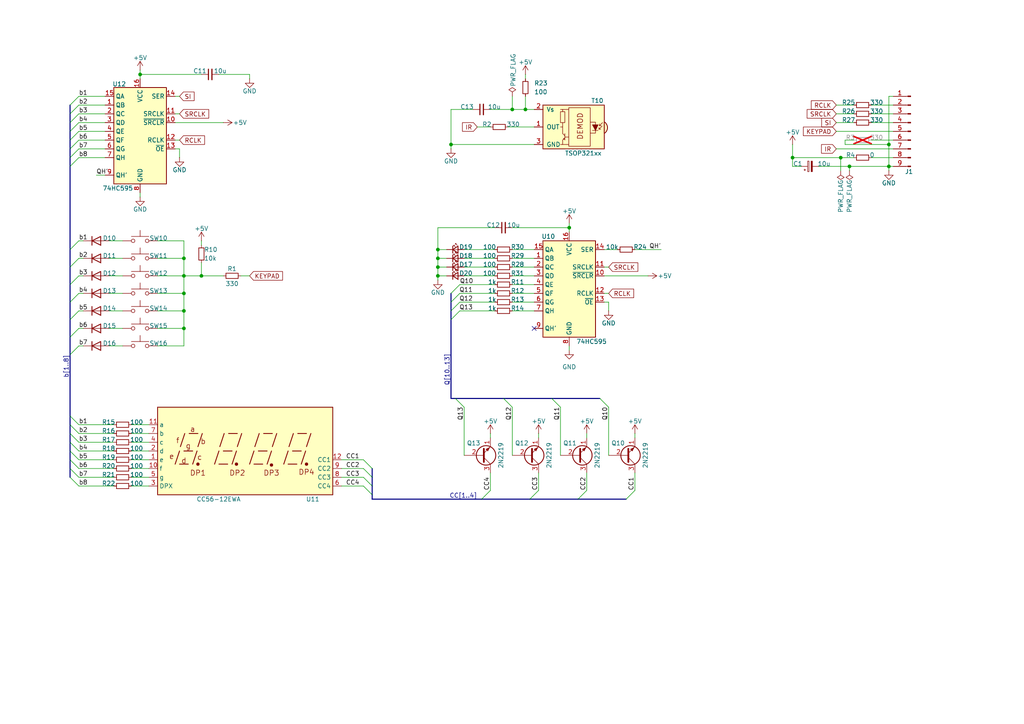
<source format=kicad_sch>
(kicad_sch (version 20231120) (generator "eeschema") (generator_version "8.0")
  (paper "A4")
  (title_block (title "RE_Front_Panel") (date "2024-02-02") (rev "1") (company "Engineer"))
  (lib_symbols
    (symbol "+5V_1" (power) (pin_numbers hide) (pin_names (offset 0) hide)
      (property "Value" "+5V" (at 0 3.556 0))
      (symbol "+5V_1_1_1"
        (pin power_in line (at 0 0 90) (length 0) (name "~") (number "1"))
      )
    )
    (symbol "74xx:74HC595"
      (property "Reference" "U" (at -7.62 13.97 0))
      (property "Value" "74HC595" (at -7.62 -16.51 0))
      (symbol "74HC595_1_0"
        (pin tri_state line (at 10.16 7.62 180) (length 2.54) (name "QB") (number "1"))
        (pin input line (at -10.16 2.54 0) (length 2.54) (name "~{SRCLR}") (number "10"))
        (pin input line (at -10.16 5.08 0) (length 2.54) (name "SRCLK") (number "11"))
        (pin input line (at -10.16 -2.54 0) (length 2.54) (name "RCLK") (number "12"))
        (pin input line (at -10.16 -5.08 0) (length 2.54) (name "~{OE}") (number "13"))
        (pin input line (at -10.16 10.16 0) (length 2.54) (name "SER") (number "14"))
        (pin tri_state line (at 10.16 10.16 180) (length 2.54) (name "QA") (number "15"))
        (pin power_in line (at 0 15.24 270) (length 2.54) (name "VCC") (number "16"))
        (pin tri_state line (at 10.16 5.08 180) (length 2.54) (name "QC") (number "2"))
        (pin tri_state line (at 10.16 2.54 180) (length 2.54) (name "QD") (number "3"))
        (pin tri_state line (at 10.16 0 180) (length 2.54) (name "QE") (number "4"))
        (pin tri_state line (at 10.16 -2.54 180) (length 2.54) (name "QF") (number "5"))
        (pin tri_state line (at 10.16 -5.08 180) (length 2.54) (name "QG") (number "6"))
        (pin tri_state line (at 10.16 -7.62 180) (length 2.54) (name "QH") (number "7"))
        (pin power_in line (at 0 -17.78 90) (length 2.54) (name "GND") (number "8"))
        (pin output line (at 10.16 -12.7 180) (length 2.54) (name "QH'") (number "9"))
      )
    )
    (symbol "Connector:Conn_01x09_Pin" (pin_names (offset 1.016) hide)
      (property "Reference" "J" (at 0 12.7 0))
      (property "Value" "Conn_01x09_Pin" (at 0 -12.7 0))
      (symbol "Conn_01x09_Pin_1_1"
        (pin passive line (at 5.08 10.16 180) (length 3.81) (name "Pin_1") (number "1"))
        (pin passive line (at 5.08 7.62 180) (length 3.81) (name "Pin_2") (number "2"))
        (pin passive line (at 5.08 5.08 180) (length 3.81) (name "Pin_3") (number "3"))
        (pin passive line (at 5.08 2.54 180) (length 3.81) (name "Pin_4") (number "4"))
        (pin passive line (at 5.08 0 180) (length 3.81) (name "Pin_5") (number "5"))
        (pin passive line (at 5.08 -2.54 180) (length 3.81) (name "Pin_6") (number "6"))
        (pin passive line (at 5.08 -5.08 180) (length 3.81) (name "Pin_7") (number "7"))
        (pin passive line (at 5.08 -7.62 180) (length 3.81) (name "Pin_8") (number "8"))
        (pin passive line (at 5.08 -10.16 180) (length 3.81) (name "Pin_9") (number "9"))
      )
    )
    (symbol "Device:C_Polarized_Small" (pin_numbers hide) (pin_names (offset 0.254) hide)
      (property "Reference" "C" (at 0.254 1.778 0))
      (property "Value" "C_Polarized_Small" (at 0.254 -2.032 0))
      (symbol "C_Polarized_Small_1_1"
        (pin passive line (at 0 2.54 270) (length 1.8542) (name "~") (number "1"))
        (pin passive line (at 0 -2.54 90) (length 1.8542) (name "~") (number "2"))
      )
    )
    (symbol "Device:C_Small" (pin_numbers hide) (pin_names (offset 0.254) hide)
      (property "Reference" "C" (at 0.254 1.778 0))
      (property "Value" "C_Small" (at 0.254 -2.032 0))
      (symbol "C_Small_1_1"
        (pin passive line (at 0 2.54 270) (length 2.032) (name "~") (number "1"))
        (pin passive line (at 0 -2.54 90) (length 2.032) (name "~") (number "2"))
      )
    )
    (symbol "Device:LED_Small" (pin_numbers hide) (pin_names (offset 0.254) hide)
      (property "Reference" "D" (at -1.27 3.175 0))
      (property "Value" "LED_Small" (at -4.445 -2.54 0))
      (symbol "LED_Small_1_1"
        (pin passive line (at -2.54 0 0) (length 1.778) (name "K") (number "1"))
        (pin passive line (at 2.54 0 180) (length 1.778) (name "A") (number "2"))
      )
    )
    (symbol "Device:R_Small" (pin_numbers hide) (pin_names (offset 0.254) hide)
      (property "Reference" "R" (at 0.762 0.508 0))
      (property "Value" "R_Small" (at 0.762 -1.016 0))
      (symbol "R_Small_1_1"
        (pin passive line (at 0 2.54 270) (length 0.762) (name "~") (number "1"))
        (pin passive line (at 0 -2.54 90) (length 0.762) (name "~") (number "2"))
      )
    )
    (symbol "Diode:1N914" (pin_numbers hide) (pin_names hide)
      (property "Reference" "D" (at 0 2.54 0))
      (property "Value" "1N914" (at 0 -2.54 0))
      (symbol "1N914_1_1"
        (pin passive line (at -3.81 0 0) (length 2.54) (name "K") (number "1"))
        (pin passive line (at 3.81 0 180) (length 2.54) (name "A") (number "2"))
      )
    )
    (symbol "Display_Character:CC56-12EWA"
      (property "Reference" "U" (at -24.13 13.97 0))
      (property "Value" "CC56-12EWA" (at 19.05 13.97 0))
      (symbol "CC56-12EWA_0_0"
        (text "a" (at -15.24 6.35 0) (effects (font (size 1.524 1.524))))
        (text "b" (at -12.192 2.794 0) (effects (font (size 1.524 1.524))))
        (text "c" (at -13.208 -1.778 0) (effects (font (size 1.524 1.524))))
        (text "d" (at -17.78 -2.794 0) (effects (font (size 1.524 1.524))))
        (text "DP1" (at -13.716 -6.35 0) (effects (font (size 1.524 1.524))))
        (text "DP2" (at -2.286 -6.35 0) (effects (font (size 1.524 1.524))))
        (text "DP3" (at 7.62 -6.35 0) (effects (font (size 1.524 1.524))))
        (text "DP4" (at 17.78 -6.096 0) (effects (font (size 1.524 1.524))))
        (text "e" (at -21.336 -1.524 0) (effects (font (size 1.524 1.524))))
        (text "f" (at -19.558 3.048 0) (effects (font (size 1.524 1.524))))
        (text "g" (at -16.51 1.524 0) (effects (font (size 1.524 1.524))))
      )
      (symbol "CC56-12EWA_1_1"
        (pin input line (at -27.94 -2.54 0) (length 2.54) (name "e") (number "1"))
        (pin input line (at -27.94 -5.08 0) (length 2.54) (name "f") (number "10"))
        (pin input line (at -27.94 7.62 0) (length 2.54) (name "a") (number "11"))
        (pin input line (at 27.94 -2.54 180) (length 2.54) (name "CC1") (number "12"))
        (pin input line (at -27.94 0 0) (length 2.54) (name "d") (number "2"))
        (pin input line (at -27.94 -10.16 0) (length 2.54) (name "DPX") (number "3"))
        (pin input line (at -27.94 2.54 0) (length 2.54) (name "c") (number "4"))
        (pin input line (at -27.94 -7.62 0) (length 2.54) (name "g") (number "5"))
        (pin input line (at 27.94 -10.16 180) (length 2.54) (name "CC4") (number "6"))
        (pin input line (at -27.94 5.08 0) (length 2.54) (name "b") (number "7"))
        (pin input line (at 27.94 -7.62 180) (length 2.54) (name "CC3") (number "8"))
        (pin input line (at 27.94 -5.08 180) (length 2.54) (name "CC2") (number "9"))
      )
    )
    (symbol "GND_1" (power) (pin_numbers hide) (pin_names (offset 0) hide)
      (property "Value" "GND" (at 0 -3.81 0))
      (symbol "GND_1_1_1"
        (pin power_in line (at 0 0 270) (length 0) (name "~") (number "1"))
      )
    )
    (symbol "Interface_Optical:TSOP321xx" (pin_names (offset 1.016))
      (property "Reference" "U" (at -10.16 7.62 0))
      (property "Value" "TSOP321xx" (at -10.16 -7.62 0))
      (symbol "TSOP321xx_0_0"
        (text "DEMOD" (at -3.175 0.254 900) (effects (font (size 1.524 1.524))))
      )
      (symbol "TSOP321xx_1_1"
        (pin output line (at 10.16 0 180) (length 2.54) (name "OUT") (number "1"))
        (pin power_in line (at 10.16 5.08 180) (length 2.54) (name "Vs") (number "2"))
        (pin power_in line (at 10.16 -5.08 180) (length 2.54) (name "GND") (number "3"))
      )
    )
    (symbol "Switch:SW_Push" (pin_numbers hide) (pin_names (offset 1.016) hide)
      (property "Reference" "SW" (at 1.27 2.54 0))
      (property "Value" "SW_Push" (at 0 -1.524 0))
      (symbol "SW_Push_0_1"
        (pin passive line (at -5.08 0 0) (length 2.54) (name "1") (number "1"))
        (pin passive line (at 5.08 0 180) (length 2.54) (name "2") (number "2"))
      )
    )
    (symbol "Transistor_BJT:2N2219" (pin_names (offset 0) hide)
      (property "Reference" "Q" (at 5.08 1.905 0))
      (property "Value" "2N2219" (at 5.08 0 0))
      (symbol "2N2219_1_1"
        (pin passive line (at 2.54 -5.08 90) (length 2.54) (name "E") (number "1"))
        (pin passive line (at -5.08 0 0) (length 5.715) (name "B") (number "2"))
        (pin passive line (at 2.54 5.08 270) (length 2.54) (name "C") (number "3"))
      )
    )
    (symbol "power:PWR_FLAG" (power) (pin_numbers hide) (pin_names (offset 0) hide)
      (property "Value" "PWR_FLAG" (at 0 3.81 0))
      (symbol "PWR_FLAG_0_0"
        (pin power_out line (at 0 0 90) (length 0) (name "~") (number "1"))
      )
    )
  )
  (junction (at 229.87 45.72))
  (junction (at 127 74.93))
  (junction (at 53.34 85.09))
  (junction (at 58.42 80.01))
  (junction (at 130.81 41.91))
  (junction (at 152.4 31.75))
  (junction (at 246.38 48.26))
  (junction (at 257.81 48.26))
  (junction (at 165.1 66.04))
  (junction (at 53.34 74.93))
  (junction (at 127 80.01))
  (junction (at 243.84 45.72))
  (junction (at 53.34 80.01))
  (junction (at 53.34 90.17))
  (junction (at 40.64 21.59))
  (junction (at 127 72.39))
  (junction (at 257.81 41.91))
  (junction (at 127 77.47))
  (junction (at 53.34 95.25))
  (junction (at 148.59 31.75))
  (no_connect (at 154.94 95.25))
  (bus_entry (at 20.32 128.27) (size 2.54 2.54))
  (bus_entry (at 167.64 144.78) (size 2.54 -2.54))
  (bus_entry (at 20.32 40.64) (size 2.54 -2.54))
  (bus_entry (at 139.7 144.78) (size 2.54 -2.54))
  (bus_entry (at 20.32 130.81) (size 2.54 2.54))
  (bus_entry (at 20.32 120.65) (size 2.54 2.54))
  (bus_entry (at 20.32 133.35) (size 2.54 2.54))
  (bus_entry (at 20.32 72.39) (size 2.54 -2.54))
  (bus_entry (at 130.81 87.63) (size 2.54 -2.54))
  (bus_entry (at 105.41 140.97) (size 2.54 2.54))
  (bus_entry (at 105.41 133.35) (size 2.54 2.54))
  (bus_entry (at 20.32 48.26) (size 2.54 -2.54))
  (bus_entry (at 20.32 138.43) (size 2.54 2.54))
  (bus_entry (at 20.32 123.19) (size 2.54 2.54))
  (bus_entry (at 20.32 97.79) (size 2.54 -2.54))
  (bus_entry (at 20.32 77.47) (size 2.54 -2.54))
  (bus_entry (at 20.32 43.18) (size 2.54 -2.54))
  (bus_entry (at 20.32 125.73) (size 2.54 2.54))
  (bus_entry (at 176.53 118.11) (size -2.54 -2.54))
  (bus_entry (at 105.41 135.89) (size 2.54 2.54))
  (bus_entry (at 20.32 38.1) (size 2.54 -2.54))
  (bus_entry (at 153.67 144.78) (size 2.54 -2.54))
  (bus_entry (at 20.32 30.48) (size 2.54 -2.54))
  (bus_entry (at 130.81 92.71) (size 2.54 -2.54))
  (bus_entry (at 20.32 45.72) (size 2.54 -2.54))
  (bus_entry (at 20.32 35.56) (size 2.54 -2.54))
  (bus_entry (at 132.08 115.57) (size 2.54 2.54))
  (bus_entry (at 20.32 82.55) (size 2.54 -2.54))
  (bus_entry (at 130.81 85.09) (size 2.54 -2.54))
  (bus_entry (at 20.32 102.87) (size 2.54 -2.54))
  (bus_entry (at 20.32 87.63) (size 2.54 -2.54))
  (bus_entry (at 105.41 138.43) (size 2.54 2.54))
  (bus_entry (at 20.32 33.02) (size 2.54 -2.54))
  (bus_entry (at 130.81 90.17) (size 2.54 -2.54))
  (bus_entry (at 20.32 92.71) (size 2.54 -2.54))
  (bus_entry (at 148.59 118.11) (size -2.54 -2.54))
  (bus_entry (at 181.61 144.78) (size 2.54 -2.54))
  (bus_entry (at 20.32 135.89) (size 2.54 2.54))
  (bus_entry (at 162.56 118.11) (size -2.54 -2.54))
  (wire (pts (xy 129.54 80.01) (xy 127 80.01)))
  (wire (pts (xy 99.06 133.35) (xy 105.41 133.35)))
  (wire (pts (xy 257.81 27.94) (xy 259.08 27.94)))
  (wire (pts (xy 99.06 135.89) (xy 105.41 135.89)))
  (wire (pts (xy 247.65 40.64) (xy 245.11 40.64)))
  (wire (pts (xy 232.41 48.26) (xy 229.87 48.26)))
  (bus (pts (xy 20.32 45.72) (xy 20.32 48.26)))
  (wire (pts (xy 22.86 128.27) (xy 33.02 128.27)))
  (wire (pts (xy 148.59 85.09) (xy 154.94 85.09)))
  (wire (pts (xy 148.59 74.93) (xy 154.94 74.93)))
  (wire (pts (xy 142.24 127) (xy 142.24 125.73)))
  (bus (pts (xy 20.32 123.19) (xy 20.32 125.73)))
  (wire (pts (xy 99.06 140.97) (xy 105.41 140.97)))
  (wire (pts (xy 52.07 27.94) (xy 50.8 27.94)))
  (wire (pts (xy 53.34 90.17) (xy 45.72 90.17)))
  (wire (pts (xy 176.53 118.11) (xy 176.53 132.08)))
  (wire (pts (xy 229.87 48.26) (xy 229.87 45.72)))
  (wire (pts (xy 35.56 69.85) (xy 31.75 69.85)))
  (wire (pts (xy 35.56 74.93) (xy 31.75 74.93)))
  (wire (pts (xy 243.84 45.72) (xy 243.84 49.53)))
  (wire (pts (xy 38.1 125.73) (xy 43.18 125.73)))
  (wire (pts (xy 35.56 85.09) (xy 31.75 85.09)))
  (wire (pts (xy 154.94 36.83) (xy 147.32 36.83)))
  (wire (pts (xy 243.84 45.72) (xy 247.65 45.72)))
  (bus (pts (xy 20.32 120.65) (xy 20.32 123.19)))
  (wire (pts (xy 35.56 100.33) (xy 31.75 100.33)))
  (wire (pts (xy 143.51 85.09) (xy 133.35 85.09)))
  (wire (pts (xy 130.81 31.75) (xy 130.81 41.91)))
  (wire (pts (xy 229.87 41.91) (xy 229.87 45.72)))
  (bus (pts (xy 20.32 135.89) (xy 20.32 138.43)))
  (wire (pts (xy 58.42 80.01) (xy 64.77 80.01)))
  (wire (pts (xy 130.81 41.91) (xy 130.81 43.18)))
  (wire (pts (xy 127 66.04) (xy 127 72.39)))
  (wire (pts (xy 127 72.39) (xy 129.54 72.39)))
  (wire (pts (xy 133.35 90.17) (xy 143.51 90.17)))
  (bus (pts (xy 20.32 128.27) (xy 20.32 130.81)))
  (wire (pts (xy 38.1 138.43) (xy 43.18 138.43)))
  (wire (pts (xy 22.86 33.02) (xy 30.48 33.02)))
  (bus (pts (xy 146.05 115.57) (xy 160.02 115.57)))
  (wire (pts (xy 143.51 82.55) (xy 133.35 82.55)))
  (bus (pts (xy 20.32 102.87) (xy 20.32 120.65)))
  (wire (pts (xy 257.81 41.91) (xy 257.81 48.26)))
  (wire (pts (xy 129.54 77.47) (xy 127 77.47)))
  (wire (pts (xy 52.07 43.18) (xy 52.07 45.72)))
  (bus (pts (xy 20.32 130.81) (xy 20.32 133.35)))
  (bus (pts (xy 160.02 115.57) (xy 173.99 115.57)))
  (wire (pts (xy 252.73 40.64) (xy 259.08 40.64)))
  (wire (pts (xy 148.59 66.04) (xy 165.1 66.04)))
  (wire (pts (xy 176.53 87.63) (xy 175.26 87.63)))
  (wire (pts (xy 22.86 85.09) (xy 24.13 85.09)))
  (wire (pts (xy 35.56 80.01) (xy 31.75 80.01)))
  (bus (pts (xy 107.95 144.78) (xy 139.7 144.78)))
  (wire (pts (xy 259.08 48.26) (xy 257.81 48.26)))
  (bus (pts (xy 20.32 33.02) (xy 20.32 35.56)))
  (wire (pts (xy 53.34 95.25) (xy 53.34 100.33)))
  (wire (pts (xy 148.59 72.39) (xy 154.94 72.39)))
  (wire (pts (xy 58.42 21.59) (xy 40.64 21.59)))
  (wire (pts (xy 134.62 118.11) (xy 134.62 132.08)))
  (wire (pts (xy 142.24 31.75) (xy 148.59 31.75)))
  (wire (pts (xy 22.86 90.17) (xy 24.13 90.17)))
  (wire (pts (xy 162.56 118.11) (xy 162.56 132.08)))
  (bus (pts (xy 107.95 140.97) (xy 107.95 143.51)))
  (wire (pts (xy 148.59 87.63) (xy 154.94 87.63)))
  (wire (pts (xy 152.4 21.59) (xy 152.4 22.86)))
  (bus (pts (xy 20.32 43.18) (xy 20.32 45.72)))
  (wire (pts (xy 257.81 41.91) (xy 245.11 41.91)))
  (bus (pts (xy 20.32 87.63) (xy 20.32 92.71)))
  (bus (pts (xy 20.32 72.39) (xy 20.32 77.47)))
  (wire (pts (xy 58.42 69.85) (xy 58.42 71.12)))
  (wire (pts (xy 148.59 80.01) (xy 154.94 80.01)))
  (bus (pts (xy 20.32 30.48) (xy 20.32 33.02)))
  (bus (pts (xy 20.32 133.35) (xy 20.32 135.89)))
  (wire (pts (xy 38.1 135.89) (xy 43.18 135.89)))
  (bus (pts (xy 130.81 85.09) (xy 130.81 87.63)))
  (wire (pts (xy 38.1 133.35) (xy 43.18 133.35)))
  (wire (pts (xy 53.34 80.01) (xy 58.42 80.01)))
  (wire (pts (xy 58.42 76.2) (xy 58.42 80.01)))
  (bus (pts (xy 20.32 40.64) (xy 20.32 43.18)))
  (wire (pts (xy 143.51 72.39) (xy 134.62 72.39)))
  (bus (pts (xy 132.08 115.57) (xy 146.05 115.57)))
  (wire (pts (xy 252.73 35.56) (xy 259.08 35.56)))
  (wire (pts (xy 152.4 27.94) (xy 152.4 31.75)))
  (bus (pts (xy 20.32 82.55) (xy 20.32 77.47)))
  (wire (pts (xy 184.15 137.16) (xy 184.15 142.24)))
  (wire (pts (xy 165.1 64.77) (xy 165.1 66.04)))
  (wire (pts (xy 148.59 118.11) (xy 148.59 132.08)))
  (wire (pts (xy 165.1 66.04) (xy 165.1 67.31)))
  (wire (pts (xy 53.34 80.01) (xy 53.34 85.09)))
  (wire (pts (xy 22.86 138.43) (xy 33.02 138.43)))
  (wire (pts (xy 45.72 100.33) (xy 53.34 100.33)))
  (wire (pts (xy 170.18 137.16) (xy 170.18 142.24)))
  (wire (pts (xy 50.8 40.64) (xy 52.07 40.64)))
  (wire (pts (xy 69.85 80.01) (xy 72.39 80.01)))
  (bus (pts (xy 20.32 92.71) (xy 20.32 97.79)))
  (bus (pts (xy 20.32 97.79) (xy 20.32 102.87)))
  (wire (pts (xy 53.34 74.93) (xy 45.72 74.93)))
  (wire (pts (xy 143.51 66.04) (xy 127 66.04)))
  (wire (pts (xy 99.06 138.43) (xy 105.41 138.43)))
  (wire (pts (xy 22.86 35.56) (xy 30.48 35.56)))
  (bus (pts (xy 130.81 87.63) (xy 130.81 90.17)))
  (wire (pts (xy 53.34 74.93) (xy 53.34 69.85)))
  (bus (pts (xy 20.32 38.1) (xy 20.32 40.64)))
  (wire (pts (xy 45.72 85.09) (xy 53.34 85.09)))
  (wire (pts (xy 242.57 33.02) (xy 247.65 33.02)))
  (wire (pts (xy 176.53 87.63) (xy 176.53 90.17)))
  (wire (pts (xy 22.86 95.25) (xy 24.13 95.25)))
  (wire (pts (xy 40.64 55.88) (xy 40.64 57.15)))
  (wire (pts (xy 50.8 33.02) (xy 52.07 33.02)))
  (wire (pts (xy 53.34 85.09) (xy 53.34 90.17)))
  (wire (pts (xy 148.59 90.17) (xy 154.94 90.17)))
  (wire (pts (xy 22.86 140.97) (xy 33.02 140.97)))
  (wire (pts (xy 53.34 80.01) (xy 45.72 80.01)))
  (wire (pts (xy 143.51 80.01) (xy 134.62 80.01)))
  (wire (pts (xy 187.96 80.01) (xy 175.26 80.01)))
  (wire (pts (xy 22.86 27.94) (xy 30.48 27.94)))
  (bus (pts (xy 130.81 115.57) (xy 132.08 115.57)))
  (wire (pts (xy 242.57 35.56) (xy 247.65 35.56)))
  (wire (pts (xy 22.86 43.18) (xy 30.48 43.18)))
  (wire (pts (xy 191.77 72.39) (xy 184.15 72.39)))
  (wire (pts (xy 142.24 137.16) (xy 142.24 142.24)))
  (bus (pts (xy 107.95 138.43) (xy 107.95 140.97)))
  (wire (pts (xy 22.86 100.33) (xy 24.13 100.33)))
  (bus (pts (xy 153.67 144.78) (xy 167.64 144.78)))
  (wire (pts (xy 127 80.01) (xy 127 81.28)))
  (wire (pts (xy 245.11 41.91) (xy 245.11 40.64)))
  (wire (pts (xy 38.1 123.19) (xy 43.18 123.19)))
  (wire (pts (xy 242.57 30.48) (xy 247.65 30.48)))
  (wire (pts (xy 156.21 137.16) (xy 156.21 142.24)))
  (wire (pts (xy 50.8 43.18) (xy 52.07 43.18)))
  (wire (pts (xy 53.34 90.17) (xy 53.34 95.25)))
  (wire (pts (xy 72.39 22.86) (xy 72.39 21.59)))
  (wire (pts (xy 148.59 82.55) (xy 154.94 82.55)))
  (wire (pts (xy 53.34 80.01) (xy 53.34 74.93)))
  (wire (pts (xy 246.38 48.26) (xy 246.38 49.53)))
  (wire (pts (xy 35.56 95.25) (xy 31.75 95.25)))
  (wire (pts (xy 143.51 77.47) (xy 134.62 77.47)))
  (wire (pts (xy 22.86 74.93) (xy 24.13 74.93)))
  (wire (pts (xy 45.72 69.85) (xy 53.34 69.85)))
  (wire (pts (xy 22.86 38.1) (xy 30.48 38.1)))
  (bus (pts (xy 20.32 87.63) (xy 20.32 82.55)))
  (wire (pts (xy 142.24 36.83) (xy 138.43 36.83)))
  (bus (pts (xy 20.32 125.73) (xy 20.32 128.27)))
  (wire (pts (xy 40.64 21.59) (xy 40.64 20.32)))
  (wire (pts (xy 176.53 85.09) (xy 175.26 85.09)))
  (wire (pts (xy 252.73 30.48) (xy 259.08 30.48)))
  (wire (pts (xy 148.59 27.94) (xy 148.59 31.75)))
  (wire (pts (xy 35.56 90.17) (xy 31.75 90.17)))
  (wire (pts (xy 242.57 43.18) (xy 259.08 43.18)))
  (wire (pts (xy 137.16 31.75) (xy 130.81 31.75)))
  (bus (pts (xy 130.81 90.17) (xy 130.81 92.71)))
  (bus (pts (xy 130.81 92.71) (xy 130.81 115.57)))
  (wire (pts (xy 143.51 87.63) (xy 133.35 87.63)))
  (wire (pts (xy 38.1 140.97) (xy 43.18 140.97)))
  (wire (pts (xy 127 74.93) (xy 127 77.47)))
  (wire (pts (xy 38.1 128.27) (xy 43.18 128.27)))
  (wire (pts (xy 176.53 77.47) (xy 175.26 77.47)))
  (wire (pts (xy 22.86 123.19) (xy 33.02 123.19)))
  (wire (pts (xy 179.07 72.39) (xy 175.26 72.39)))
  (wire (pts (xy 237.49 48.26) (xy 246.38 48.26)))
  (wire (pts (xy 257.81 48.26) (xy 257.81 49.53)))
  (bus (pts (xy 20.32 35.56) (xy 20.32 38.1)))
  (wire (pts (xy 252.73 45.72) (xy 259.08 45.72)))
  (wire (pts (xy 154.94 31.75) (xy 152.4 31.75)))
  (bus (pts (xy 107.95 143.51) (xy 107.95 144.78)))
  (wire (pts (xy 246.38 48.26) (xy 257.81 48.26)))
  (wire (pts (xy 72.39 21.59) (xy 63.5 21.59)))
  (wire (pts (xy 22.86 69.85) (xy 24.13 69.85)))
  (wire (pts (xy 184.15 125.73) (xy 184.15 127)))
  (wire (pts (xy 22.86 30.48) (xy 30.48 30.48)))
  (wire (pts (xy 22.86 133.35) (xy 33.02 133.35)))
  (wire (pts (xy 148.59 77.47) (xy 154.94 77.47)))
  (wire (pts (xy 64.77 35.56) (xy 50.8 35.56)))
  (wire (pts (xy 22.86 45.72) (xy 30.48 45.72)))
  (wire (pts (xy 257.81 27.94) (xy 257.81 41.91)))
  (wire (pts (xy 229.87 45.72) (xy 243.84 45.72)))
  (bus (pts (xy 181.61 144.78) (xy 167.64 144.78)))
  (wire (pts (xy 38.1 130.81) (xy 43.18 130.81)))
  (wire (pts (xy 130.81 41.91) (xy 154.94 41.91)))
  (wire (pts (xy 45.72 95.25) (xy 53.34 95.25)))
  (wire (pts (xy 22.86 80.01) (xy 24.13 80.01)))
  (wire (pts (xy 127 72.39) (xy 127 74.93)))
  (wire (pts (xy 242.57 38.1) (xy 259.08 38.1)))
  (wire (pts (xy 22.86 40.64) (xy 30.48 40.64)))
  (wire (pts (xy 148.59 31.75) (xy 152.4 31.75)))
  (wire (pts (xy 22.86 125.73) (xy 33.02 125.73)))
  (wire (pts (xy 22.86 130.81) (xy 33.02 130.81)))
  (wire (pts (xy 40.64 21.59) (xy 40.64 22.86)))
  (wire (pts (xy 22.86 135.89) (xy 33.02 135.89)))
  (wire (pts (xy 165.1 100.33) (xy 165.1 101.6)))
  (wire (pts (xy 170.18 125.73) (xy 170.18 127)))
  (wire (pts (xy 127 77.47) (xy 127 80.01)))
  (bus (pts (xy 107.95 135.89) (xy 107.95 138.43)))
  (bus (pts (xy 20.32 48.26) (xy 20.32 72.39)))
  (wire (pts (xy 156.21 125.73) (xy 156.21 127)))
  (wire (pts (xy 129.54 74.93) (xy 127 74.93)))
  (wire (pts (xy 27.94 50.8) (xy 30.48 50.8)))
  (bus (pts (xy 139.7 144.78) (xy 153.67 144.78)))
  (wire (pts (xy 252.73 33.02) (xy 259.08 33.02)))
  (wire (pts (xy 143.51 74.93) (xy 134.62 74.93)))
  (label "b6" (at 22.86 40.64 0))
  (label "Q11" (at 137.16 85.09 180))
  (label "CC2" (at 170.18 142.24 90))
  (label "b2" (at 22.86 30.48 0))
  (label "b3" (at 22.86 33.02 0))
  (label "b5" (at 22.86 90.17 0))
  (label "b7" (at 22.86 43.18 0))
  (label "Q13" (at 134.62 121.92 90))
  (label "b5" (at 22.86 133.35 0))
  (label "Q12" (at 137.16 87.63 180))
  (label "b7" (at 22.86 138.43 0))
  (label "b3" (at 22.86 80.01 0))
  (label "b[1..8]" (at 20.32 102.87 270))
  (label "b7" (at 22.86 100.33 0))
  (label "b1" (at 22.86 123.19 0))
  (label "Q12" (at 148.59 121.92 90))
  (label "b4" (at 22.86 35.56 0))
  (label "CC1" (at 184.15 142.24 90))
  (label "b3" (at 22.86 128.27 0))
  (label "CC[1..4]" (at 138.43 144.78 180))
  (label "Q10" (at 176.53 121.92 90))
  (label "b6" (at 22.86 95.25 0))
  (label "b4" (at 22.86 85.09 0))
  (label "b1" (at 22.86 69.85 0))
  (label "Q[10..13]" (at 130.81 111.76 90))
  (label "b8" (at 22.86 140.97 0))
  (label "b5" (at 22.86 38.1 0))
  (label "b8" (at 22.86 45.72 0))
  (label "CC4" (at 142.24 142.24 90))
  (label "Q13" (at 137.16 90.17 180))
  (label "b4" (at 22.86 130.81 0))
  (label "b2" (at 22.86 74.93 0))
  (label "CC2" (at 100.33 135.89 0))
  (label "CC1" (at 100.33 133.35 0))
  (label "Q10" (at 133.35 82.55 0))
  (label "CC3" (at 100.33 138.43 0))
  (label "QH'" (at 27.94 50.8 0))
  (label "CC4" (at 100.33 140.97 0))
  (label "CC3" (at 156.21 142.24 90))
  (label "b2" (at 22.86 125.73 0))
  (label "b1" (at 22.86 27.94 0))
  (label "b6" (at 22.86 135.89 0))
  (label "Q11" (at 162.56 121.92 90))
  (label "QH'" (at 191.77 72.39 180))
  (global_label "SRCLK" (shape input) (at 52.07 33.02 0) (property "Intersheetrefs" "${INTERSHEET_REFS}" (effects (hide yes))))
  (global_label "RCLK" (shape input) (at 242.57 30.48 180) (property "Intersheetrefs" "${INTERSHEET_REFS}" (effects (hide yes))))
  (global_label "SI" (shape input) (at 242.57 35.56 180) (property "Intersheetrefs" "${INTERSHEET_REFS}" (effects (hide yes))))
  (global_label "KEYPAD" (shape input) (at 72.39 80.01 0) (property "Intersheetrefs" "${INTERSHEET_REFS}" (effects (hide yes))))
  (global_label "KEYPAD" (shape input) (at 242.57 38.1 180) (property "Intersheetrefs" "${INTERSHEET_REFS}" (effects (hide yes))))
  (global_label "RCLK" (shape input) (at 52.07 40.64 0) (property "Intersheetrefs" "${INTERSHEET_REFS}" (effects (hide yes))))
  (global_label "IR" (shape input) (at 242.57 43.18 180) (property "Intersheetrefs" "${INTERSHEET_REFS}" (effects (hide yes))))
  (global_label "SRCLK" (shape input) (at 176.53 77.47 0) (property "Intersheetrefs" "${INTERSHEET_REFS}" (effects (hide yes))))
  (global_label "IR" (shape input) (at 138.43 36.83 180) (property "Intersheetrefs" "${INTERSHEET_REFS}" (effects (hide yes))))
  (global_label "SI" (shape input) (at 52.07 27.94 0) (property "Intersheetrefs" "${INTERSHEET_REFS}" (effects (hide yes))))
  (global_label "SRCLK" (shape input) (at 242.57 33.02 180) (property "Intersheetrefs" "${INTERSHEET_REFS}" (effects (hide yes))))
  (global_label "RCLK" (shape input) (at 176.53 85.09 0) (property "Intersheetrefs" "${INTERSHEET_REFS}" (effects (hide yes))))
  (symbol (lib_id "Device:R_Small") (at 35.56 140.97 90) (unit 1)
    (property "Reference" "R22" (at 31.496 140.208 90))
    (property "Value" "100" (at 39.624 140.208 90))
    (property "Footprint" "Resistor_THT:R_Axial_DIN0204_L3.6mm_D1.6mm_P5.08mm_Horizontal" (effects (hide yes)))
  )
  (symbol (lib_name "+5V_1") (lib_id "power:+5V") (at 152.4 21.59 0) (unit 1)
    (property "Reference" "#PWR01" (effects (hide yes)))
    (property "Value" "+5V" (at 152.4 18.034 0))
    (property "Description" "Power symbol creates a global label with name \"+5V\"" (effects (hide yes)))
  )
  (symbol (lib_id "Device:R_Small") (at 146.05 74.93 270) (mirror x) (unit 1)
    (property "Reference" "R29" (at 150.114 74.168 90))
    (property "Value" "100" (at 141.986 74.168 90))
    (property "Footprint" "Resistor_THT:R_Axial_DIN0204_L3.6mm_D1.6mm_P5.08mm_Horizontal" (effects (hide yes)))
  )
  (symbol (lib_id "Transistor_BJT:2N2219") (at 139.7 132.08 0) (mirror x) (unit 1)
    (property "Reference" "Q13" (at 135.382 128.524 0) (effects (justify left)))
    (property "Value" "2N2219" (at 145.288 128.27 90) (effects (justify left)))
    (property "Footprint" "Package_TO_SOT_THT:TO-92_HandSolder" (effects (hide yes)))
    (property "Datasheet" "http://www.onsemi.com/pub_link/Collateral/2N2219-D.PDF" (effects (hide yes)))
  )
  (symbol (lib_id "Diode:1N914") (at 27.94 90.17 0) (mirror x) (unit 1)
    (property "Reference" "D14" (at 31.75 89.408 0))
    (property "Value" "1N914" (effects (hide yes)))
    (property "Footprint" "Diode_THT:D_DO-35_SOD27_P7.62mm_Horizontal" (effects (hide yes)))
    (property "Datasheet" "http://www.vishay.com/docs/85622/1n914.pdf" (effects (hide yes)))
    (property "Sim.Device" "D" (effects (hide yes)))
    (property "Sim.Pins" "1=K 2=A" (effects (hide yes)))
  )
  (symbol (lib_id "Switch:SW_Push") (at 40.64 100.33 0) (mirror y) (unit 1)
    (property "Reference" "SW16" (at 45.974 99.568 0))
    (property "Value" "SW_Push" (effects (hide yes)))
    (property "Footprint" "Button_Switch_THT:SW_PUSH_6mm" (effects (hide yes)))
  )
  (symbol (lib_id "Device:R_Small") (at 146.05 82.55 270) (mirror x) (unit 1)
    (property "Reference" "R11" (at 150.114 81.788 90))
    (property "Value" "1k" (at 142.748 81.788 90))
    (property "Footprint" "Resistor_THT:R_Axial_DIN0204_L3.6mm_D1.6mm_P5.08mm_Horizontal" (effects (hide yes)))
  )
  (symbol (lib_name "GND_1") (lib_id "power:GND") (at 176.53 90.17 0) (mirror y) (unit 1)
    (property "Reference" "#PWR019" (effects (hide yes)))
    (property "Value" "GND" (at 176.53 93.726 0))
    (property "Description" "Power symbol creates a global label with name \"GND\" , ground" (effects (hide yes)))
  )
  (symbol (lib_id "Device:R_Small") (at 35.56 130.81 90) (unit 1)
    (property "Reference" "R18" (at 31.496 130.048 90))
    (property "Value" "100" (at 39.624 130.048 90))
    (property "Footprint" "Resistor_THT:R_Axial_DIN0204_L3.6mm_D1.6mm_P5.08mm_Horizontal" (effects (hide yes)))
  )
  (symbol (lib_id "Switch:SW_Push") (at 40.64 80.01 0) (mirror y) (unit 1)
    (property "Reference" "SW12" (at 45.974 79.248 0))
    (property "Value" "SW_Push" (effects (hide yes)))
    (property "Footprint" "Button_Switch_THT:SW_PUSH_6mm" (effects (hide yes)))
  )
  (symbol (lib_id "Device:R_Small") (at 250.19 30.48 90) (unit 1)
    (property "Reference" "R25" (at 246.126 29.718 90))
    (property "Value" "330" (at 254.254 29.718 90))
    (property "Footprint" "Resistor_THT:R_Axial_DIN0204_L3.6mm_D1.6mm_P5.08mm_Horizontal" (effects (hide yes)))
  )
  (symbol (lib_id "Diode:1N914") (at 27.94 85.09 0) (mirror x) (unit 1)
    (property "Reference" "D13" (at 31.75 84.328 0))
    (property "Value" "1N914" (effects (hide yes)))
    (property "Footprint" "Diode_THT:D_DO-35_SOD27_P7.62mm_Horizontal" (effects (hide yes)))
    (property "Datasheet" "http://www.vishay.com/docs/85622/1n914.pdf" (effects (hide yes)))
    (property "Sim.Device" "D" (effects (hide yes)))
    (property "Sim.Pins" "1=K 2=A" (effects (hide yes)))
  )
  (symbol (lib_name "+5V_1") (lib_id "power:+5V") (at 64.77 35.56 270) (unit 1)
    (property "Reference" "#PWR020" (effects (hide yes)))
    (property "Value" "+5V" (at 69.596 35.56 90))
    (property "Description" "Power symbol creates a global label with name \"+5V\"" (effects (hide yes)))
  )
  (symbol (lib_id "Diode:1N914") (at 27.94 95.25 0) (mirror x) (unit 1)
    (property "Reference" "D15" (at 31.75 94.488 0))
    (property "Value" "1N914" (effects (hide yes)))
    (property "Footprint" "Diode_THT:D_DO-35_SOD27_P7.62mm_Horizontal" (effects (hide yes)))
    (property "Datasheet" "http://www.vishay.com/docs/85622/1n914.pdf" (effects (hide yes)))
    (property "Sim.Device" "D" (effects (hide yes)))
    (property "Sim.Pins" "1=K 2=A" (effects (hide yes)))
  )
  (symbol (lib_id "Device:C_Polarized_Small") (at 234.95 48.26 90) (unit 1)
    (property "Reference" "C1" (at 231.394 47.498 90))
    (property "Value" "10u" (at 239.014 47.498 90))
    (property "Footprint" "Capacitor_THT:C_Axial_L3.8mm_D2.6mm_P10.00mm_Horizontal" (effects (hide yes)))
  )
  (symbol (lib_id "Device:R_Small") (at 35.56 135.89 90) (unit 1)
    (property "Reference" "R20" (at 31.496 135.128 90))
    (property "Value" "100" (at 39.624 135.128 90))
    (property "Footprint" "Resistor_THT:R_Axial_DIN0204_L3.6mm_D1.6mm_P5.08mm_Horizontal" (effects (hide yes)))
  )
  (symbol (lib_id "Switch:SW_Push") (at 40.64 95.25 0) (mirror y) (unit 1)
    (property "Reference" "SW15" (at 45.974 94.488 0))
    (property "Value" "SW_Push" (effects (hide yes)))
    (property "Footprint" "Button_Switch_THT:SW_PUSH_6mm" (effects (hide yes)))
  )
  (symbol (lib_id "Device:R_Small") (at 35.56 133.35 90) (unit 1)
    (property "Reference" "R19" (at 31.496 132.588 90))
    (property "Value" "100" (at 39.624 132.588 90))
    (property "Footprint" "Resistor_THT:R_Axial_DIN0204_L3.6mm_D1.6mm_P5.08mm_Horizontal" (effects (hide yes)))
  )
  (symbol (lib_name "+5V_1") (lib_id "power:+5V") (at 170.18 125.73 0) (mirror y) (unit 1)
    (property "Reference" "#PWR016" (effects (hide yes)))
    (property "Value" "+5V" (at 170.18 122.174 0))
    (property "Description" "Power symbol creates a global label with name \"+5V\"" (effects (hide yes)))
  )
  (symbol (lib_id "Device:C_Small") (at 60.96 21.59 90) (unit 1)
    (property "Reference" "C11" (at 59.944 20.574 90) (effects (justify left)))
    (property "Value" "10u" (at 65.786 20.574 90) (effects (justify left)))
    (property "Footprint" "Capacitor_THT:C_Axial_L3.8mm_D2.6mm_P10.00mm_Horizontal" (effects (hide yes)))
  )
  (symbol (lib_id "Device:C_Small") (at 139.7 31.75 90) (unit 1)
    (property "Reference" "C13" (at 137.414 30.988 90) (effects (justify left)))
    (property "Value" "10u" (at 145.288 30.988 90) (effects (justify left)))
    (property "Footprint" "Capacitor_THT:C_Axial_L3.8mm_D2.6mm_P10.00mm_Horizontal" (effects (hide yes)))
  )
  (symbol (lib_id "Device:R_Small") (at 35.56 123.19 90) (unit 1)
    (property "Reference" "R15" (at 31.496 122.428 90))
    (property "Value" "100" (at 39.624 122.428 90))
    (property "Footprint" "Resistor_THT:R_Axial_DIN0204_L3.6mm_D1.6mm_P5.08mm_Horizontal" (effects (hide yes)))
  )
  (symbol (lib_id "Device:C_Small") (at 146.05 66.04 90) (unit 1)
    (property "Reference" "C12" (at 145.034 65.278 90) (effects (justify left)))
    (property "Value" "10u" (at 150.876 65.278 90) (effects (justify left)))
    (property "Footprint" "Capacitor_THT:C_Axial_L3.8mm_D2.6mm_P10.00mm_Horizontal" (effects (hide yes)))
  )
  (symbol (lib_id "Switch:SW_Push") (at 40.64 85.09 0) (mirror y) (unit 1)
    (property "Reference" "SW13" (at 45.974 84.328 0))
    (property "Value" "SW_Push" (effects (hide yes)))
    (property "Footprint" "Button_Switch_THT:SW_PUSH_6mm" (effects (hide yes)))
  )
  (symbol (lib_id "Device:R_Small") (at 146.05 87.63 270) (mirror x) (unit 1)
    (property "Reference" "R13" (at 150.114 86.868 90))
    (property "Value" "1k" (at 142.748 86.868 90))
    (property "Footprint" "Resistor_THT:R_Axial_DIN0204_L3.6mm_D1.6mm_P5.08mm_Horizontal" (effects (hide yes)))
  )
  (symbol (lib_id "Device:R_Small") (at 35.56 138.43 90) (unit 1)
    (property "Reference" "R21" (at 31.496 137.668 90))
    (property "Value" "100" (at 39.624 137.668 90))
    (property "Footprint" "Resistor_THT:R_Axial_DIN0204_L3.6mm_D1.6mm_P5.08mm_Horizontal" (effects (hide yes)))
  )
  (symbol (lib_id "Device:R_Small") (at 35.56 125.73 90) (unit 1)
    (property "Reference" "R16" (at 31.496 124.968 90))
    (property "Value" "100" (at 39.624 124.968 90))
    (property "Footprint" "Resistor_THT:R_Axial_DIN0204_L3.6mm_D1.6mm_P5.08mm_Horizontal" (effects (hide yes)))
  )
  (symbol (lib_name "GND_1") (lib_id "power:GND") (at 52.07 45.72 0) (unit 1)
    (property "Reference" "#PWR018" (effects (hide yes)))
    (property "Value" "GND" (at 52.07 49.276 0))
    (property "Description" "Power symbol creates a global label with name \"GND\" , ground" (effects (hide yes)))
  )
  (symbol (lib_id "Device:R_Small") (at 146.05 80.01 270) (mirror x) (unit 1)
    (property "Reference" "R31" (at 150.114 79.248 90))
    (property "Value" "100" (at 141.986 79.248 90))
    (property "Footprint" "Resistor_THT:R_Axial_DIN0204_L3.6mm_D1.6mm_P5.08mm_Horizontal" (effects (hide yes)))
  )
  (symbol (lib_id "Device:R_Small") (at 144.78 36.83 270) (mirror x) (unit 1)
    (property "Reference" "R2" (at 141.224 36.068 90))
    (property "Value" "330" (at 148.844 36.068 90))
    (property "Footprint" "Resistor_THT:R_Axial_DIN0204_L3.6mm_D1.6mm_P5.08mm_Horizontal" (effects (hide yes)))
  )
  (symbol (lib_id "74xx:74HC595") (at 165.1 82.55 0) (mirror y) (unit 1)
    (property "Reference" "U10" (at 161.036 68.58 0) (effects (justify left)))
    (property "Value" "74HC595" (at 176.022 99.06 0) (effects (justify left)))
    (property "Footprint" "Package_DIP:DIP-16_W7.62mm_LongPads" (effects (hide yes)))
    (property "Datasheet" "http://www.ti.com/lit/ds/symlink/sn74hc595.pdf" (effects (hide yes)))
  )
  (symbol (lib_name "+5V_1") (lib_id "power:+5V") (at 187.96 80.01 270) (mirror x) (unit 1)
    (property "Reference" "#PWR09" (effects (hide yes)))
    (property "Value" "+5V" (at 192.786 80.01 90))
    (property "Description" "Power symbol creates a global label with name \"+5V\"" (effects (hide yes)))
  )
  (symbol (lib_name "GND_1") (lib_id "power:GND") (at 72.39 22.86 0) (unit 1)
    (property "Reference" "#PWR010" (effects (hide yes)))
    (property "Value" "GND" (at 72.39 26.416 0))
    (property "Description" "Power symbol creates a global label with name \"GND\" , ground" (effects (hide yes)))
  )
  (symbol (lib_id "Diode:1N914") (at 27.94 74.93 0) (mirror x) (unit 1)
    (property "Reference" "D11" (at 31.75 74.168 0))
    (property "Value" "1N914" (effects (hide yes)))
    (property "Footprint" "Diode_THT:D_DO-35_SOD27_P7.62mm_Horizontal" (effects (hide yes)))
    (property "Datasheet" "http://www.vishay.com/docs/85622/1n914.pdf" (effects (hide yes)))
    (property "Sim.Device" "D" (effects (hide yes)))
    (property "Sim.Pins" "1=K 2=A" (effects (hide yes)))
  )
  (symbol (lib_id "Display_Character:CC56-12EWA") (at 71.12 130.81 0) (unit 1)
    (property "Reference" "U11" (at 92.71 144.78 0) (effects (justify right)))
    (property "Value" "CC56-12EWA" (at 69.85 144.78 0) (effects (justify right)))
    (property "Footprint" "Display_7Segment:CA56-12EWA" (effects (hide yes)))
    (property "Datasheet" "http://www.kingbrightusa.com/images/catalog/SPEC/CA56-12EWA.pdf" (effects (hide yes)))
  )
  (symbol (lib_id "Device:R_Small") (at 181.61 72.39 270) (mirror x) (unit 1)
    (property "Reference" "R24" (at 185.674 71.628 90))
    (property "Value" "10k" (at 177.546 71.628 90))
    (property "Footprint" "Resistor_THT:R_Axial_DIN0204_L3.6mm_D1.6mm_P5.08mm_Horizontal" (effects (hide yes)))
  )
  (symbol (lib_id "Device:R_Small") (at 67.31 80.01 90) (mirror x) (unit 1)
    (property "Reference" "R1" (at 67.31 77.978 90))
    (property "Value" "330" (at 67.31 82.296 90))
    (property "Footprint" "Resistor_THT:R_Axial_DIN0204_L3.6mm_D1.6mm_P5.08mm_Horizontal" (effects (hide yes)))
  )
  (symbol (lib_id "Connector:Conn_01x09_Pin") (at 264.16 38.1 0) (mirror y) (unit 1)
    (property "Reference" "J1" (at 263.652 49.784 0))
    (property "Value" "Conn_01x09_Pin" (effects (hide yes)))
    (property "Footprint" "Connector_JST:JST_EH_B9B-EH-A_1x09_P2.50mm_Vertical" (effects (hide yes)))
  )
  (symbol (lib_id "Device:R_Small") (at 250.19 35.56 90) (unit 1)
    (property "Reference" "R27" (at 246.126 34.798 90))
    (property "Value" "330" (at 254.254 34.798 90))
    (property "Footprint" "Resistor_THT:R_Axial_DIN0204_L3.6mm_D1.6mm_P5.08mm_Horizontal" (effects (hide yes)))
  )
  (symbol (lib_id "Transistor_BJT:2N2219") (at 153.67 132.08 0) (mirror x) (unit 1)
    (property "Reference" "Q12" (at 149.352 128.524 0) (effects (justify left)))
    (property "Value" "2N2219" (at 159.258 128.27 90) (effects (justify left)))
    (property "Footprint" "Package_TO_SOT_THT:TO-92_HandSolder" (effects (hide yes)))
    (property "Datasheet" "http://www.onsemi.com/pub_link/Collateral/2N2219-D.PDF" (effects (hide yes)))
  )
  (symbol (lib_id "power:PWR_FLAG") (at 148.59 27.94 0) (unit 1)
    (property "Reference" "#FLG03" (effects (hide yes)))
    (property "Value" "PWR_FLAG" (at 148.844 20.32 90))
    (property "Description" "Special symbol for telling ERC where power comes from" (effects (hide yes)))
  )
  (symbol (lib_id "Switch:SW_Push") (at 40.64 69.85 0) (mirror y) (unit 1)
    (property "Reference" "SW10" (at 45.974 69.088 0))
    (property "Value" "SW_Push" (effects (hide yes)))
    (property "Footprint" "Button_Switch_THT:SW_PUSH_6mm" (effects (hide yes)))
  )
  (symbol (lib_id "Device:R_Small") (at 146.05 85.09 270) (mirror x) (unit 1)
    (property "Reference" "R12" (at 150.114 84.328 90))
    (property "Value" "1k" (at 142.748 84.328 90))
    (property "Footprint" "Resistor_THT:R_Axial_DIN0204_L3.6mm_D1.6mm_P5.08mm_Horizontal" (effects (hide yes)))
  )
  (symbol (lib_id "Diode:1N914") (at 27.94 69.85 0) (mirror x) (unit 1)
    (property "Reference" "D10" (at 31.75 69.088 0))
    (property "Value" "1N914" (effects (hide yes)))
    (property "Footprint" "Diode_THT:D_DO-35_SOD27_P7.62mm_Horizontal" (effects (hide yes)))
    (property "Datasheet" "http://www.vishay.com/docs/85622/1n914.pdf" (effects (hide yes)))
    (property "Sim.Device" "D" (effects (hide yes)))
    (property "Sim.Pins" "1=K 2=A" (effects (hide yes)))
  )
  (symbol (lib_id "Device:LED_Small") (at 132.08 74.93 0) (unit 1)
    (property "Reference" "D18" (at 135.128 74.168 0))
    (property "Value" "LED_Small" (effects (hide yes)))
    (property "Footprint" "LED_THT:LED_D3.0mm" (effects (hide yes)))
  )
  (symbol (lib_id "Switch:SW_Push") (at 40.64 90.17 0) (mirror y) (unit 1)
    (property "Reference" "SW14" (at 45.974 89.408 0))
    (property "Value" "SW_Push" (effects (hide yes)))
    (property "Footprint" "Button_Switch_THT:SW_PUSH_6mm" (effects (hide yes)))
  )
  (symbol (lib_name "GND_1") (lib_id "power:GND") (at 127 81.28 0) (mirror y) (unit 1)
    (property "Reference" "#PWR013" (effects (hide yes)))
    (property "Value" "GND" (at 127 84.836 0))
    (property "Description" "Power symbol creates a global label with name \"GND\" , ground" (effects (hide yes)))
  )
  (symbol (lib_id "Device:R_Small") (at 146.05 90.17 270) (mirror x) (unit 1)
    (property "Reference" "R14" (at 150.114 89.408 90))
    (property "Value" "1k" (at 142.748 89.408 90))
    (property "Footprint" "Resistor_THT:R_Axial_DIN0204_L3.6mm_D1.6mm_P5.08mm_Horizontal" (effects (hide yes)))
  )
  (symbol (lib_name "GND_1") (lib_id "power:GND") (at 257.81 49.53 0) (unit 1)
    (property "Reference" "#PWR05" (effects (hide yes)))
    (property "Value" "GND" (at 257.81 53.086 0))
    (property "Description" "Power symbol creates a global label with name \"GND\" , ground" (effects (hide yes)))
  )
  (symbol (lib_id "Interface_Optical:TSOP321xx") (at 165.1 36.83 0) (mirror y) (unit 1)
    (property "Reference" "T10" (at 171.45 29.21 0) (effects (justify right)))
    (property "Value" "TSOP321xx" (at 163.83 44.45 0) (effects (justify right)))
    (property "Footprint" "OptoDevice:Vishay_MOLD-3Pin" (effects (hide yes)))
    (property "Datasheet" "http://www.vishay.com/docs/82490/tsop321.pdf" (effects (hide yes)))
  )
  (symbol (lib_id "Device:R_Small") (at 152.4 25.4 0) (mirror y) (unit 1)
    (property "Reference" "R23" (at 154.94 24.1299 0) (effects (justify right)))
    (property "Value" "100" (at 154.94 26.6699 0) (effects (justify right)))
    (property "Footprint" "Resistor_THT:R_Axial_DIN0204_L3.6mm_D1.6mm_P5.08mm_Horizontal" (effects (hide yes)))
  )
  (symbol (lib_id "Device:R_Small") (at 250.19 40.64 90) (unit 1) (dnp yes)
    (property "Reference" "R3" (at 246.634 39.878 90))
    (property "Value" "330" (at 254.254 39.878 90))
    (property "Footprint" "Resistor_THT:R_Axial_DIN0204_L3.6mm_D1.6mm_P5.08mm_Horizontal" (effects (hide yes)))
  )
  (symbol (lib_id "Device:R_Small") (at 250.19 45.72 270) (mirror x) (unit 1)
    (property "Reference" "R4" (at 245.364 44.958 90) (effects (justify left)))
    (property "Value" "0" (at 252.222 44.958 90) (effects (justify left)))
    (property "Footprint" "Resistor_THT:R_Axial_DIN0204_L3.6mm_D1.6mm_P5.08mm_Horizontal" (effects (hide yes)))
  )
  (symbol (lib_id "power:PWR_FLAG") (at 246.38 49.53 180) (unit 1)
    (property "Reference" "#FLG02" (effects (hide yes)))
    (property "Value" "PWR_FLAG" (at 246.38 56.896 90))
    (property "Description" "Special symbol for telling ERC where power comes from" (effects (hide yes)))
  )
  (symbol (lib_id "Device:R_Small") (at 146.05 77.47 270) (mirror x) (unit 1)
    (property "Reference" "R28" (at 150.114 76.708 90))
    (property "Value" "100" (at 141.986 76.708 90))
    (property "Footprint" "Resistor_THT:R_Axial_DIN0204_L3.6mm_D1.6mm_P5.08mm_Horizontal" (effects (hide yes)))
  )
  (symbol (lib_id "Device:LED_Small") (at 132.08 77.47 0) (unit 1)
    (property "Reference" "D17" (at 135.128 76.708 0))
    (property "Value" "LED_Small" (effects (hide yes)))
    (property "Footprint" "LED_THT:LED_D3.0mm" (effects (hide yes)))
  )
  (symbol (lib_name "GND_1") (lib_id "power:GND") (at 40.64 57.15 0) (unit 1)
    (property "Reference" "#PWR08" (effects (hide yes)))
    (property "Value" "GND" (at 40.64 60.706 0))
    (property "Description" "Power symbol creates a global label with name \"GND\" , ground" (effects (hide yes)))
  )
  (symbol (lib_name "+5V_1") (lib_id "power:+5V") (at 165.1 64.77 0) (mirror y) (unit 1)
    (property "Reference" "#PWR04" (effects (hide yes)))
    (property "Value" "+5V" (at 165.1 61.214 0))
    (property "Description" "Power symbol creates a global label with name \"+5V\"" (effects (hide yes)))
  )
  (symbol (lib_id "Device:LED_Small") (at 132.08 72.39 0) (unit 1)
    (property "Reference" "D19" (at 135.128 71.628 0))
    (property "Value" "LED_Small" (effects (hide yes)))
    (property "Footprint" "LED_THT:LED_D3.0mm" (effects (hide yes)))
  )
  (symbol (lib_id "Device:R_Small") (at 58.42 73.66 0) (mirror y) (unit 1)
    (property "Reference" "R10" (at 59.182 72.39 0) (effects (justify right)))
    (property "Value" "10k" (at 59.182 74.93 0) (effects (justify right)))
    (property "Footprint" "Resistor_THT:R_Axial_DIN0204_L3.6mm_D1.6mm_P5.08mm_Horizontal" (effects (hide yes)))
  )
  (symbol (lib_id "74xx:74HC595") (at 40.64 38.1 0) (mirror y) (unit 1)
    (property "Reference" "U12" (at 36.576 24.384 0) (effects (justify left)))
    (property "Value" "74HC595" (at 38.608 54.61 0) (effects (justify left)))
    (property "Footprint" "Package_DIP:DIP-16_W7.62mm_LongPads" (effects (hide yes)))
    (property "Datasheet" "http://www.ti.com/lit/ds/symlink/sn74hc595.pdf" (effects (hide yes)))
  )
  (symbol (lib_name "+5V_1") (lib_id "power:+5V") (at 229.87 41.91 0) (unit 1)
    (property "Reference" "#PWR06" (effects (hide yes)))
    (property "Value" "+5V" (at 229.87 38.354 0))
    (property "Description" "Power symbol creates a global label with name \"+5V\"" (effects (hide yes)))
  )
  (symbol (lib_name "+5V_1") (lib_id "power:+5V") (at 156.21 125.73 0) (mirror y) (unit 1)
    (property "Reference" "#PWR015" (effects (hide yes)))
    (property "Value" "+5V" (at 156.21 122.174 0))
    (property "Description" "Power symbol creates a global label with name \"+5V\"" (effects (hide yes)))
  )
  (symbol (lib_name "+5V_1") (lib_id "power:+5V") (at 142.24 125.73 0) (mirror y) (unit 1)
    (property "Reference" "#PWR014" (effects (hide yes)))
    (property "Value" "+5V" (at 142.24 122.174 0))
    (property "Description" "Power symbol creates a global label with name \"+5V\"" (effects (hide yes)))
  )
  (symbol (lib_id "Transistor_BJT:2N2219") (at 181.61 132.08 0) (mirror x) (unit 1)
    (property "Reference" "Q10" (at 177.292 128.524 0) (effects (justify left)))
    (property "Value" "2N2219" (at 187.198 128.27 90) (effects (justify left)))
    (property "Footprint" "Package_TO_SOT_THT:TO-92_HandSolder" (effects (hide yes)))
    (property "Datasheet" "http://www.onsemi.com/pub_link/Collateral/2N2219-D.PDF" (effects (hide yes)))
  )
  (symbol (lib_name "+5V_1") (lib_id "power:+5V") (at 58.42 69.85 0) (mirror y) (unit 1)
    (property "Reference" "#PWR03" (effects (hide yes)))
    (property "Value" "+5V" (at 58.42 66.294 0))
    (property "Description" "Power symbol creates a global label with name \"+5V\"" (effects (hide yes)))
  )
  (symbol (lib_id "Device:R_Small") (at 146.05 72.39 270) (mirror x) (unit 1)
    (property "Reference" "R30" (at 150.114 71.628 90))
    (property "Value" "100" (at 141.986 71.628 90))
    (property "Footprint" "Resistor_THT:R_Axial_DIN0204_L3.6mm_D1.6mm_P5.08mm_Horizontal" (effects (hide yes)))
  )
  (symbol (lib_id "Device:R_Small") (at 250.19 33.02 90) (unit 1)
    (property "Reference" "R26" (at 246.126 32.258 90))
    (property "Value" "330" (at 254.254 32.258 90))
    (property "Footprint" "Resistor_THT:R_Axial_DIN0204_L3.6mm_D1.6mm_P5.08mm_Horizontal" (effects (hide yes)))
  )
  (symbol (lib_name "+5V_1") (lib_id "power:+5V") (at 40.64 20.32 0) (unit 1)
    (property "Reference" "#PWR02" (effects (hide yes)))
    (property "Value" "+5V" (at 40.64 16.764 0))
    (property "Description" "Power symbol creates a global label with name \"+5V\"" (effects (hide yes)))
  )
  (symbol (lib_name "+5V_1") (lib_id "power:+5V") (at 184.15 125.73 0) (mirror y) (unit 1)
    (property "Reference" "#PWR017" (effects (hide yes)))
    (property "Value" "+5V" (at 184.15 122.174 0))
    (property "Description" "Power symbol creates a global label with name \"+5V\"" (effects (hide yes)))
  )
  (symbol (lib_name "GND_1") (lib_id "power:GND") (at 165.1 101.6 0) (mirror y) (unit 1)
    (property "Reference" "#PWR011" (effects (hide yes)))
    (property "Value" "GND" (at 165.1 106.426 0))
    (property "Description" "Power symbol creates a global label with name \"GND\" , ground" (effects (hide yes)))
  )
  (symbol (lib_id "Diode:1N914") (at 27.94 80.01 0) (mirror x) (unit 1)
    (property "Reference" "D12" (at 31.75 79.248 0))
    (property "Value" "1N914" (effects (hide yes)))
    (property "Footprint" "Diode_THT:D_DO-35_SOD27_P7.62mm_Horizontal" (effects (hide yes)))
    (property "Datasheet" "http://www.vishay.com/docs/85622/1n914.pdf" (effects (hide yes)))
    (property "Sim.Device" "D" (effects (hide yes)))
    (property "Sim.Pins" "1=K 2=A" (effects (hide yes)))
  )
  (symbol (lib_id "Diode:1N914") (at 27.94 100.33 0) (mirror x) (unit 1)
    (property "Reference" "D16" (at 31.75 99.568 0))
    (property "Value" "1N914" (effects (hide yes)))
    (property "Footprint" "Diode_THT:D_DO-35_SOD27_P7.62mm_Horizontal" (effects (hide yes)))
    (property "Datasheet" "http://www.vishay.com/docs/85622/1n914.pdf" (effects (hide yes)))
    (property "Sim.Device" "D" (effects (hide yes)))
    (property "Sim.Pins" "1=K 2=A" (effects (hide yes)))
  )
  (symbol (lib_id "power:PWR_FLAG") (at 243.84 49.53 180) (unit 1)
    (property "Reference" "#FLG01" (effects (hide yes)))
    (property "Value" "PWR_FLAG" (at 243.84 56.896 90))
    (property "Description" "Special symbol for telling ERC where power comes from" (effects (hide yes)))
  )
  (symbol (lib_id "Device:R_Small") (at 35.56 128.27 90) (unit 1)
    (property "Reference" "R17" (at 31.496 127.508 90))
    (property "Value" "100" (at 39.624 127.508 90))
    (property "Footprint" "Resistor_THT:R_Axial_DIN0204_L3.6mm_D1.6mm_P5.08mm_Horizontal" (effects (hide yes)))
  )
  (symbol (lib_id "Switch:SW_Push") (at 40.64 74.93 0) (mirror y) (unit 1)
    (property "Reference" "SW11" (at 45.974 74.168 0))
    (property "Value" "SW_Push" (effects (hide yes)))
    (property "Footprint" "Button_Switch_THT:SW_PUSH_6mm" (effects (hide yes)))
  )
  (symbol (lib_name "GND_1") (lib_id "power:GND") (at 130.81 43.18 0) (mirror y) (unit 1)
    (property "Reference" "#PWR012" (effects (hide yes)))
    (property "Value" "GND" (at 130.81 46.736 0))
    (property "Description" "Power symbol creates a global label with name \"GND\" , ground" (effects (hide yes)))
  )
  (symbol (lib_id "Device:LED_Small") (at 132.08 80.01 0) (unit 1)
    (property "Reference" "D20" (at 135.128 79.248 0))
    (property "Value" "LED_Small" (effects (hide yes)))
    (property "Footprint" "LED_THT:LED_D3.0mm" (effects (hide yes)))
  )
  (symbol (lib_id "Transistor_BJT:2N2219") (at 167.64 132.08 0) (mirror x) (unit 1)
    (property "Reference" "Q11" (at 163.322 128.524 0) (effects (justify left)))
    (property "Value" "2N2219" (at 173.228 128.27 90) (effects (justify left)))
    (property "Footprint" "Package_TO_SOT_THT:TO-92_HandSolder" (effects (hide yes)))
    (property "Datasheet" "http://www.onsemi.com/pub_link/Collateral/2N2219-D.PDF" (effects (hide yes)))
  )
)
</source>
